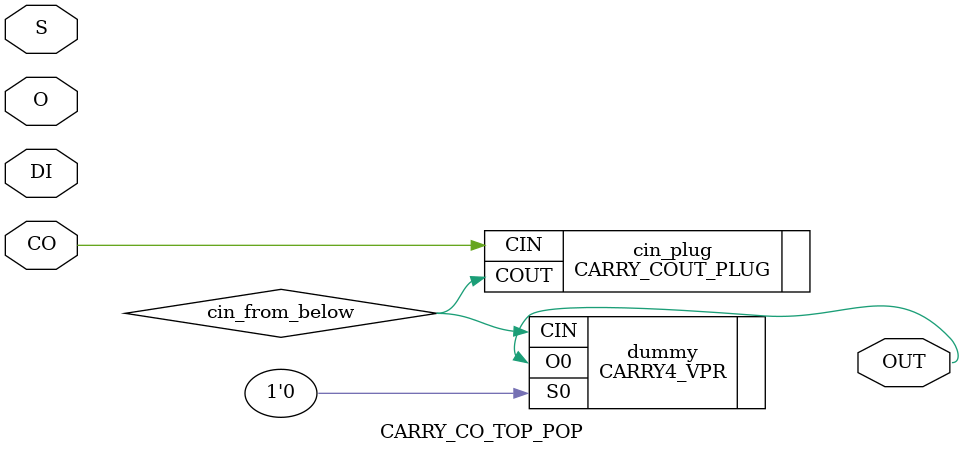
<source format=v>
module CARRY_CO_DIRECT(input CO, input O, input S, input DI, output OUT);

parameter TOP_OF_CHAIN = 1'b0;

assign OUT = CO;

endmodule

// Compute CO from S, DI, O.
module CARRY_CO_LUT(input CO, input O, input S, input DI, output OUT);

parameter TOP_OF_CHAIN = 1'b0;

generate if(TOP_OF_CHAIN)
    // S == S[i]
    // DI == DI[i]
    // O == O[i]
    // CO == CO[i]
    //
    // Need to replicate both MUXCY and XORCY to get CO[i].
    //
    // Equations:
    //   1) CO[i] = S[i] ? CO[i-1] : DI[i]
    //   2) O[i] = S[i] ^ CO[i-1]
    //
    //   -- Add "S[i] ^" to the front of both sides of eq 2 --
    //
    //   3) S[i] ^ O[i] = S[i] ^ S[i] ^ CO[i-1]
    //
    //   -- Apply A ^ A = 0 to eq 3 --
    //
    //   4) S[i] ^ O[i] = 0 ^ CO[i-1]
    //
    //   -- Apply A ^ B = B ^ A to eq 4
    //
    //   5) S[i] ^ O[i] = CO[i-1] ^ 0
    //
    //   -- Apply A ^ 0 = A to eq 5
    //
    //   6) S[i] ^ O[i] = CO[i-1]
    //
    //   -- subsititude CO[i-1] from eq 6 into equation 1 --
    //
    //   7) CO[i] = S[i] ? (S[i] ^ O[i]) : DI[i]
    //
    // DI, S, O (0, 0, 0) = 0 => OUT = DI => 0
    // DI, S, O (0, 0, 1) = 1 => OUT = DI => 0
    // DI, S, O (0, 1, 0) = 2 => OUT = S ^ O => 1
    // DI, S, O (0, 1, 1) = 3 => OUT = S ^ O => 0
    // DI, S, O (1, 0, 0) = 4 => OUT = DI => 1
    // DI, S, O (1, 0, 1) = 5 => OUT = DI => 1
    // DI, S, O (1, 1, 0) = 6 => OUT = S ^ O => 1
    // DI, S, O (1, 1, 1) = 7 => OUT = S ^ O => 0
    //
    LUT3 #(.INIT(8'b01110100)) mux_and_xor_lut (.I0(O), .I1(S), .I2(DI), .O(OUT));
else
    // S == S[i+1]
    // O == O[i+1]
    // CO == CO[i]
    //
    // Because S/O from next level is available, equation is simply:
    //
    // CO[i] = S[i+1] ^ O[i+1]
    //
    // S, O (0, 0) = 0 => 0
    // S, O (0, 1) = 1 => 1
    // S, O (1, 0) = 2 => 1
    // S, O (1, 1) = 3 => 0
    //
    LUT2 #(.INIT(4'b0110)) xor_lut (.I0(O), .I1(S), .O(OUT));
endgenerate

endmodule

module CARRY_CO_TOP_POP(input CO, input O, input S, input DI, output OUT);
// Add 1 dummy layer to the carry chain to get the CO, this can only be used
// at the top of the carry chain when CO[3] was needed.

parameter TOP_OF_CHAIN = 1'b0;

wire cin_from_below;
CARRY_COUT_PLUG cin_plug(
    .CIN(CO),
    .COUT(cin_from_below)
);

CARRY4_VPR #(
    .CYINIT_AX(1'b0),
    .CYINIT_C0(1'b0),
    .CYINIT_C1(1'b0)
) dummy (
    .CIN(cin_from_below),
    .O0(OUT),
    .S0(1'b0)
);

endmodule

</source>
